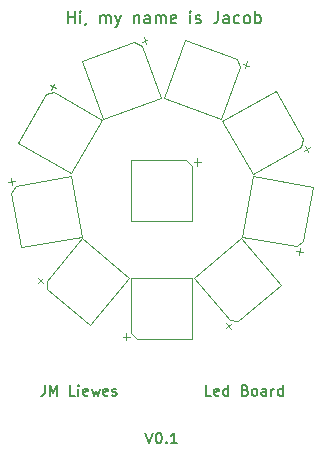
<source format=gto>
%TF.GenerationSoftware,KiCad,Pcbnew,(6.0.9)*%
%TF.CreationDate,2023-02-03T11:18:55+01:00*%
%TF.ProjectId,SamsungLedBoard,53616d73-756e-4674-9c65-64426f617264,rev?*%
%TF.SameCoordinates,Original*%
%TF.FileFunction,Legend,Top*%
%TF.FilePolarity,Positive*%
%FSLAX46Y46*%
G04 Gerber Fmt 4.6, Leading zero omitted, Abs format (unit mm)*
G04 Created by KiCad (PCBNEW (6.0.9)) date 2023-02-03 11:18:55*
%MOMM*%
%LPD*%
G01*
G04 APERTURE LIST*
G04 Aperture macros list*
%AMRotRect*
0 Rectangle, with rotation*
0 The origin of the aperture is its center*
0 $1 length*
0 $2 width*
0 $3 Rotation angle, in degrees counterclockwise*
0 Add horizontal line*
21,1,$1,$2,0,0,$3*%
G04 Aperture macros list end*
%ADD10C,0.160000*%
%ADD11C,0.120000*%
%ADD12R,2.100000X4.430000*%
%ADD13C,2.200000*%
%ADD14RotRect,4.430000X2.100000X170.000000*%
%ADD15RotRect,4.430000X2.100000X330.000000*%
%ADD16RotRect,4.430000X2.100000X130.000000*%
%ADD17RotRect,4.430000X2.100000X290.000000*%
%ADD18RotRect,4.430000X2.100000X250.000000*%
%ADD19RotRect,4.430000X2.100000X50.000000*%
%ADD20RotRect,4.430000X2.100000X10.000000*%
%ADD21RotRect,4.430000X2.100000X210.000000*%
%ADD22C,4.000000*%
G04 APERTURE END LIST*
D10*
X140085714Y-116507142D02*
X140085714Y-117150000D01*
X140042857Y-117278571D01*
X139957142Y-117364285D01*
X139828571Y-117407142D01*
X139742857Y-117407142D01*
X140514285Y-117407142D02*
X140514285Y-116507142D01*
X140814285Y-117150000D01*
X141114285Y-116507142D01*
X141114285Y-117407142D01*
X142657142Y-117407142D02*
X142228571Y-117407142D01*
X142228571Y-116507142D01*
X142957142Y-117407142D02*
X142957142Y-116807142D01*
X142957142Y-116507142D02*
X142914285Y-116550000D01*
X142957142Y-116592857D01*
X143000000Y-116550000D01*
X142957142Y-116507142D01*
X142957142Y-116592857D01*
X143728571Y-117364285D02*
X143642857Y-117407142D01*
X143471428Y-117407142D01*
X143385714Y-117364285D01*
X143342857Y-117278571D01*
X143342857Y-116935714D01*
X143385714Y-116850000D01*
X143471428Y-116807142D01*
X143642857Y-116807142D01*
X143728571Y-116850000D01*
X143771428Y-116935714D01*
X143771428Y-117021428D01*
X143342857Y-117107142D01*
X144071428Y-116807142D02*
X144242857Y-117407142D01*
X144414285Y-116978571D01*
X144585714Y-117407142D01*
X144757142Y-116807142D01*
X145442857Y-117364285D02*
X145357142Y-117407142D01*
X145185714Y-117407142D01*
X145100000Y-117364285D01*
X145057142Y-117278571D01*
X145057142Y-116935714D01*
X145100000Y-116850000D01*
X145185714Y-116807142D01*
X145357142Y-116807142D01*
X145442857Y-116850000D01*
X145485714Y-116935714D01*
X145485714Y-117021428D01*
X145057142Y-117107142D01*
X145828571Y-117364285D02*
X145914285Y-117407142D01*
X146085714Y-117407142D01*
X146171428Y-117364285D01*
X146214285Y-117278571D01*
X146214285Y-117235714D01*
X146171428Y-117150000D01*
X146085714Y-117107142D01*
X145957142Y-117107142D01*
X145871428Y-117064285D01*
X145828571Y-116978571D01*
X145828571Y-116935714D01*
X145871428Y-116850000D01*
X145957142Y-116807142D01*
X146085714Y-116807142D01*
X146171428Y-116850000D01*
X148628571Y-120507142D02*
X148928571Y-121407142D01*
X149228571Y-120507142D01*
X149700000Y-120507142D02*
X149785714Y-120507142D01*
X149871428Y-120550000D01*
X149914285Y-120592857D01*
X149957142Y-120678571D01*
X150000000Y-120850000D01*
X150000000Y-121064285D01*
X149957142Y-121235714D01*
X149914285Y-121321428D01*
X149871428Y-121364285D01*
X149785714Y-121407142D01*
X149700000Y-121407142D01*
X149614285Y-121364285D01*
X149571428Y-121321428D01*
X149528571Y-121235714D01*
X149485714Y-121064285D01*
X149485714Y-120850000D01*
X149528571Y-120678571D01*
X149571428Y-120592857D01*
X149614285Y-120550000D01*
X149700000Y-120507142D01*
X150385714Y-121321428D02*
X150428571Y-121364285D01*
X150385714Y-121407142D01*
X150342857Y-121364285D01*
X150385714Y-121321428D01*
X150385714Y-121407142D01*
X151285714Y-121407142D02*
X150771428Y-121407142D01*
X151028571Y-121407142D02*
X151028571Y-120507142D01*
X150942857Y-120635714D01*
X150857142Y-120721428D01*
X150771428Y-120764285D01*
X142057142Y-85852380D02*
X142057142Y-84852380D01*
X142057142Y-85328571D02*
X142628571Y-85328571D01*
X142628571Y-85852380D02*
X142628571Y-84852380D01*
X143104761Y-85852380D02*
X143104761Y-85185714D01*
X143104761Y-84852380D02*
X143057142Y-84900000D01*
X143104761Y-84947619D01*
X143152380Y-84900000D01*
X143104761Y-84852380D01*
X143104761Y-84947619D01*
X143628571Y-85804761D02*
X143628571Y-85852380D01*
X143580952Y-85947619D01*
X143533333Y-85995238D01*
X144819047Y-85852380D02*
X144819047Y-85185714D01*
X144819047Y-85280952D02*
X144866666Y-85233333D01*
X144961904Y-85185714D01*
X145104761Y-85185714D01*
X145200000Y-85233333D01*
X145247619Y-85328571D01*
X145247619Y-85852380D01*
X145247619Y-85328571D02*
X145295238Y-85233333D01*
X145390476Y-85185714D01*
X145533333Y-85185714D01*
X145628571Y-85233333D01*
X145676190Y-85328571D01*
X145676190Y-85852380D01*
X146057142Y-85185714D02*
X146295238Y-85852380D01*
X146533333Y-85185714D02*
X146295238Y-85852380D01*
X146200000Y-86090476D01*
X146152380Y-86138095D01*
X146057142Y-86185714D01*
X147676190Y-85185714D02*
X147676190Y-85852380D01*
X147676190Y-85280952D02*
X147723809Y-85233333D01*
X147819047Y-85185714D01*
X147961904Y-85185714D01*
X148057142Y-85233333D01*
X148104761Y-85328571D01*
X148104761Y-85852380D01*
X149009523Y-85852380D02*
X149009523Y-85328571D01*
X148961904Y-85233333D01*
X148866666Y-85185714D01*
X148676190Y-85185714D01*
X148580952Y-85233333D01*
X149009523Y-85804761D02*
X148914285Y-85852380D01*
X148676190Y-85852380D01*
X148580952Y-85804761D01*
X148533333Y-85709523D01*
X148533333Y-85614285D01*
X148580952Y-85519047D01*
X148676190Y-85471428D01*
X148914285Y-85471428D01*
X149009523Y-85423809D01*
X149485714Y-85852380D02*
X149485714Y-85185714D01*
X149485714Y-85280952D02*
X149533333Y-85233333D01*
X149628571Y-85185714D01*
X149771428Y-85185714D01*
X149866666Y-85233333D01*
X149914285Y-85328571D01*
X149914285Y-85852380D01*
X149914285Y-85328571D02*
X149961904Y-85233333D01*
X150057142Y-85185714D01*
X150200000Y-85185714D01*
X150295238Y-85233333D01*
X150342857Y-85328571D01*
X150342857Y-85852380D01*
X151200000Y-85804761D02*
X151104761Y-85852380D01*
X150914285Y-85852380D01*
X150819047Y-85804761D01*
X150771428Y-85709523D01*
X150771428Y-85328571D01*
X150819047Y-85233333D01*
X150914285Y-85185714D01*
X151104761Y-85185714D01*
X151200000Y-85233333D01*
X151247619Y-85328571D01*
X151247619Y-85423809D01*
X150771428Y-85519047D01*
X152438095Y-85852380D02*
X152438095Y-85185714D01*
X152438095Y-84852380D02*
X152390476Y-84900000D01*
X152438095Y-84947619D01*
X152485714Y-84900000D01*
X152438095Y-84852380D01*
X152438095Y-84947619D01*
X152866666Y-85804761D02*
X152961904Y-85852380D01*
X153152380Y-85852380D01*
X153247619Y-85804761D01*
X153295238Y-85709523D01*
X153295238Y-85661904D01*
X153247619Y-85566666D01*
X153152380Y-85519047D01*
X153009523Y-85519047D01*
X152914285Y-85471428D01*
X152866666Y-85376190D01*
X152866666Y-85328571D01*
X152914285Y-85233333D01*
X153009523Y-85185714D01*
X153152380Y-85185714D01*
X153247619Y-85233333D01*
X154771428Y-84852380D02*
X154771428Y-85566666D01*
X154723809Y-85709523D01*
X154628571Y-85804761D01*
X154485714Y-85852380D01*
X154390476Y-85852380D01*
X155676190Y-85852380D02*
X155676190Y-85328571D01*
X155628571Y-85233333D01*
X155533333Y-85185714D01*
X155342857Y-85185714D01*
X155247619Y-85233333D01*
X155676190Y-85804761D02*
X155580952Y-85852380D01*
X155342857Y-85852380D01*
X155247619Y-85804761D01*
X155200000Y-85709523D01*
X155200000Y-85614285D01*
X155247619Y-85519047D01*
X155342857Y-85471428D01*
X155580952Y-85471428D01*
X155676190Y-85423809D01*
X156580952Y-85804761D02*
X156485714Y-85852380D01*
X156295238Y-85852380D01*
X156200000Y-85804761D01*
X156152380Y-85757142D01*
X156104761Y-85661904D01*
X156104761Y-85376190D01*
X156152380Y-85280952D01*
X156200000Y-85233333D01*
X156295238Y-85185714D01*
X156485714Y-85185714D01*
X156580952Y-85233333D01*
X157152380Y-85852380D02*
X157057142Y-85804761D01*
X157009523Y-85757142D01*
X156961904Y-85661904D01*
X156961904Y-85376190D01*
X157009523Y-85280952D01*
X157057142Y-85233333D01*
X157152380Y-85185714D01*
X157295238Y-85185714D01*
X157390476Y-85233333D01*
X157438095Y-85280952D01*
X157485714Y-85376190D01*
X157485714Y-85661904D01*
X157438095Y-85757142D01*
X157390476Y-85804761D01*
X157295238Y-85852380D01*
X157152380Y-85852380D01*
X157914285Y-85852380D02*
X157914285Y-84852380D01*
X157914285Y-85233333D02*
X158009523Y-85185714D01*
X158200000Y-85185714D01*
X158295238Y-85233333D01*
X158342857Y-85280952D01*
X158390476Y-85376190D01*
X158390476Y-85661904D01*
X158342857Y-85757142D01*
X158295238Y-85804761D01*
X158200000Y-85852380D01*
X158009523Y-85852380D01*
X157914285Y-85804761D01*
X154192857Y-117407142D02*
X153764285Y-117407142D01*
X153764285Y-116507142D01*
X154835714Y-117364285D02*
X154750000Y-117407142D01*
X154578571Y-117407142D01*
X154492857Y-117364285D01*
X154450000Y-117278571D01*
X154450000Y-116935714D01*
X154492857Y-116850000D01*
X154578571Y-116807142D01*
X154750000Y-116807142D01*
X154835714Y-116850000D01*
X154878571Y-116935714D01*
X154878571Y-117021428D01*
X154450000Y-117107142D01*
X155650000Y-117407142D02*
X155650000Y-116507142D01*
X155650000Y-117364285D02*
X155564285Y-117407142D01*
X155392857Y-117407142D01*
X155307142Y-117364285D01*
X155264285Y-117321428D01*
X155221428Y-117235714D01*
X155221428Y-116978571D01*
X155264285Y-116892857D01*
X155307142Y-116850000D01*
X155392857Y-116807142D01*
X155564285Y-116807142D01*
X155650000Y-116850000D01*
X157064285Y-116935714D02*
X157192857Y-116978571D01*
X157235714Y-117021428D01*
X157278571Y-117107142D01*
X157278571Y-117235714D01*
X157235714Y-117321428D01*
X157192857Y-117364285D01*
X157107142Y-117407142D01*
X156764285Y-117407142D01*
X156764285Y-116507142D01*
X157064285Y-116507142D01*
X157150000Y-116550000D01*
X157192857Y-116592857D01*
X157235714Y-116678571D01*
X157235714Y-116764285D01*
X157192857Y-116850000D01*
X157150000Y-116892857D01*
X157064285Y-116935714D01*
X156764285Y-116935714D01*
X157792857Y-117407142D02*
X157707142Y-117364285D01*
X157664285Y-117321428D01*
X157621428Y-117235714D01*
X157621428Y-116978571D01*
X157664285Y-116892857D01*
X157707142Y-116850000D01*
X157792857Y-116807142D01*
X157921428Y-116807142D01*
X158007142Y-116850000D01*
X158050000Y-116892857D01*
X158092857Y-116978571D01*
X158092857Y-117235714D01*
X158050000Y-117321428D01*
X158007142Y-117364285D01*
X157921428Y-117407142D01*
X157792857Y-117407142D01*
X158864285Y-117407142D02*
X158864285Y-116935714D01*
X158821428Y-116850000D01*
X158735714Y-116807142D01*
X158564285Y-116807142D01*
X158478571Y-116850000D01*
X158864285Y-117364285D02*
X158778571Y-117407142D01*
X158564285Y-117407142D01*
X158478571Y-117364285D01*
X158435714Y-117278571D01*
X158435714Y-117192857D01*
X158478571Y-117107142D01*
X158564285Y-117064285D01*
X158778571Y-117064285D01*
X158864285Y-117021428D01*
X159292857Y-117407142D02*
X159292857Y-116807142D01*
X159292857Y-116978571D02*
X159335714Y-116892857D01*
X159378571Y-116850000D01*
X159464285Y-116807142D01*
X159550000Y-116807142D01*
X160235714Y-117407142D02*
X160235714Y-116507142D01*
X160235714Y-117364285D02*
X160150000Y-117407142D01*
X159978571Y-117407142D01*
X159892857Y-117364285D01*
X159850000Y-117321428D01*
X159807142Y-117235714D01*
X159807142Y-116978571D01*
X159850000Y-116892857D01*
X159892857Y-116850000D01*
X159978571Y-116807142D01*
X160150000Y-116807142D01*
X160235714Y-116850000D01*
D11*
%TO.C,D5*%
X147400000Y-112100000D02*
X147900000Y-112600000D01*
X152600000Y-107400000D02*
X152600000Y-112600000D01*
X152600000Y-112600000D02*
X147900000Y-112600000D01*
X147400000Y-107400000D02*
X152600000Y-107400000D01*
X146800000Y-112400000D02*
X147300000Y-112400000D01*
X147000000Y-112100000D02*
X147000000Y-112700000D01*
X146800000Y-112400000D02*
X146700000Y-112400000D01*
X147400000Y-112100000D02*
X147400000Y-107400000D01*
%TO.C,D3*%
X161607864Y-105368140D02*
X161694689Y-104875737D01*
X157690985Y-98788015D02*
X162811985Y-99690985D01*
X161416611Y-104725161D02*
X161995839Y-104319582D01*
X161607864Y-105368140D02*
X161590500Y-105466621D01*
X161416611Y-104725161D02*
X156788015Y-103909015D01*
X156788015Y-103909015D02*
X157690985Y-98788015D01*
X162811985Y-99690985D02*
X161995839Y-104319582D01*
X161347152Y-105119084D02*
X161938036Y-105223273D01*
%TO.C,D8*%
X142351666Y-98551666D02*
X137848334Y-95951666D01*
X144951666Y-94048334D02*
X142351666Y-98551666D01*
X140921539Y-91028719D02*
X140671539Y-91461731D01*
X137848334Y-95951666D02*
X140198334Y-91881347D01*
X140921539Y-91028719D02*
X140971539Y-90942116D01*
X140881347Y-91698334D02*
X140198334Y-91881347D01*
X140881347Y-91698334D02*
X144951666Y-94048334D01*
X141081347Y-91351924D02*
X140561731Y-91051924D01*
%TO.C,D4*%
X160062963Y-108020468D02*
X156462554Y-111041570D01*
X155758138Y-110979941D02*
X152737037Y-107379532D01*
X155451721Y-111237056D02*
X155837393Y-111696683D01*
X155758138Y-110979941D02*
X156462554Y-111041570D01*
X155491348Y-111595427D02*
X155874370Y-111274033D01*
X156720468Y-104037037D02*
X160062963Y-108020468D01*
X152737037Y-107379532D02*
X156720468Y-104037037D01*
X155491348Y-111595427D02*
X155414744Y-111659706D01*
%TO.C,D9*%
X149932453Y-92153948D02*
X145046052Y-93932453D01*
X148786168Y-87250273D02*
X148316322Y-87421283D01*
X145046052Y-93932453D02*
X143267547Y-89046052D01*
X148324959Y-87737393D02*
X149932453Y-92153948D01*
X143267547Y-89046052D02*
X147684102Y-87438557D01*
X148324959Y-87737393D02*
X147684102Y-87438557D01*
X148700836Y-87600585D02*
X148495623Y-87036769D01*
X148786168Y-87250273D02*
X148880137Y-87216071D01*
%TO.C,D1*%
X150167547Y-92153948D02*
X151946052Y-87267547D01*
X155053948Y-93932453D02*
X150167547Y-92153948D01*
X151946052Y-87267547D02*
X156362607Y-88875041D01*
X157327865Y-89439202D02*
X157421834Y-89473404D01*
X156661443Y-89515898D02*
X155053948Y-93932453D01*
X157327865Y-89439202D02*
X156858018Y-89268192D01*
X157037320Y-89652706D02*
X157242532Y-89088890D01*
X156661443Y-89515898D02*
X156362607Y-88875041D01*
%TO.C,D10*%
X147400000Y-97400000D02*
X152100000Y-97400000D01*
X147400000Y-102600000D02*
X147400000Y-97400000D01*
X152600000Y-97900000D02*
X152600000Y-102600000D01*
X153200000Y-97600000D02*
X152700000Y-97600000D01*
X153200000Y-97600000D02*
X153300000Y-97600000D01*
X152600000Y-102600000D02*
X147400000Y-102600000D01*
X153000000Y-97900000D02*
X153000000Y-97300000D01*
X152600000Y-97900000D02*
X152100000Y-97400000D01*
%TO.C,D6*%
X143279532Y-104037037D02*
X147262963Y-107379532D01*
X139952013Y-107380331D02*
X139566340Y-107839957D01*
X147262963Y-107379532D02*
X143920468Y-111362963D01*
X140258430Y-107637446D02*
X140320059Y-108341862D01*
X143920468Y-111362963D02*
X140320059Y-108341862D01*
X139605968Y-107481586D02*
X139529363Y-107417308D01*
X139605968Y-107481586D02*
X139988990Y-107802980D01*
X140258430Y-107637446D02*
X143279532Y-104037037D01*
%TO.C,D7*%
X137680418Y-99604161D02*
X142309015Y-98788015D01*
X137280787Y-99065371D02*
X137263422Y-98966890D01*
X138090985Y-104811985D02*
X137274839Y-100183389D01*
X137610959Y-99210238D02*
X137020075Y-99314427D01*
X137280787Y-99065371D02*
X137367611Y-99557775D01*
X142309015Y-98788015D02*
X143211985Y-103909015D01*
X137680418Y-99604161D02*
X137274839Y-100183389D01*
X143211985Y-103909015D02*
X138090985Y-104811985D01*
%TO.C,D2*%
X155148334Y-94148334D02*
X159651666Y-91548334D01*
X161818653Y-96301666D02*
X157748334Y-98651666D01*
X159651666Y-91548334D02*
X162001666Y-95618653D01*
X162018653Y-96648076D02*
X162538269Y-96348076D01*
X162378461Y-96671281D02*
X162128461Y-96238269D01*
X161818653Y-96301666D02*
X162001666Y-95618653D01*
X157748334Y-98651666D02*
X155148334Y-94148334D01*
X162378461Y-96671281D02*
X162428461Y-96757884D01*
%TD*%
%LPC*%
D12*
%TO.C,D5*%
X151250000Y-110000000D03*
X148750000Y-110000000D03*
%TD*%
D13*
%TO.C,REF\u002A\u002A*%
X150000000Y-117000000D03*
%TD*%
D14*
%TO.C,D3*%
X160017060Y-100568990D03*
X159582940Y-103031010D03*
%TD*%
D15*
%TO.C,D8*%
X140775000Y-96082532D03*
X142025000Y-93917468D03*
%TD*%
D13*
%TO.C,REF\u002A\u002A*%
X133000000Y-100000000D03*
%TD*%
D16*
%TO.C,D4*%
X157357556Y-106896515D03*
X155442444Y-108503485D03*
%TD*%
D17*
%TO.C,D9*%
X145425384Y-91027525D03*
X147774616Y-90172475D03*
%TD*%
D18*
%TO.C,D1*%
X152325384Y-90172475D03*
X154674616Y-91027525D03*
%TD*%
D12*
%TO.C,D10*%
X148750000Y-100000000D03*
X151250000Y-100000000D03*
%TD*%
D19*
%TO.C,D6*%
X144557556Y-108503485D03*
X142642444Y-106896515D03*
%TD*%
D20*
%TO.C,D7*%
X140417060Y-103031010D03*
X139982940Y-100568990D03*
%TD*%
D21*
%TO.C,D2*%
X158075000Y-94017468D03*
X159325000Y-96182532D03*
%TD*%
D13*
%TO.C,REF\u002A\u002A*%
X167000000Y-100000000D03*
%TD*%
D22*
%TO.C,J1*%
X152500000Y-82000000D03*
X147500000Y-82000000D03*
%TD*%
M02*

</source>
